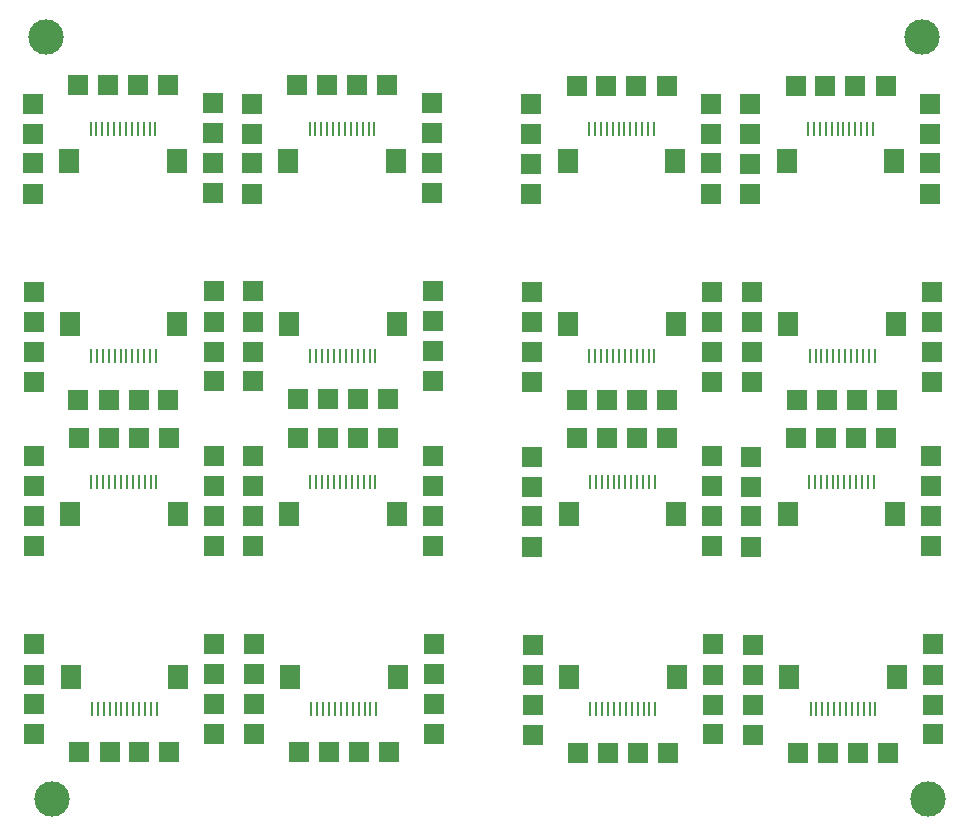
<source format=gbr>
%TF.GenerationSoftware,KiCad,Pcbnew,8.0.3*%
%TF.CreationDate,2024-06-16T14:02:55-05:00*%
%TF.ProjectId,EZ-VIK_panelized_panelized_panelized_panelized,455a2d56-494b-45f7-9061-6e656c697a65,rev?*%
%TF.SameCoordinates,Original*%
%TF.FileFunction,Soldermask,Top*%
%TF.FilePolarity,Negative*%
%FSLAX46Y46*%
G04 Gerber Fmt 4.6, Leading zero omitted, Abs format (unit mm)*
G04 Created by KiCad (PCBNEW 8.0.3) date 2024-06-16 14:02:55*
%MOMM*%
%LPD*%
G01*
G04 APERTURE LIST*
%ADD10R,1.680000X1.680000*%
%ADD11C,3.000000*%
%ADD12R,0.280000X1.250000*%
%ADD13R,1.800000X2.000000*%
G04 APERTURE END LIST*
D10*
%TO.C,J2*%
X209928600Y-102722102D03*
X212478600Y-102722102D03*
X215013600Y-102722102D03*
X217548600Y-102722102D03*
%TD*%
%TO.C,J3*%
X145163478Y-55391411D03*
X145163478Y-52841411D03*
X145163478Y-50306411D03*
X145163478Y-47771411D03*
%TD*%
D11*
%TO.C,*%
X220980000Y-106680000D03*
%TD*%
D10*
%TO.C,J1*%
X187487322Y-93576478D03*
X187487322Y-96126478D03*
X187487322Y-98661478D03*
X187487322Y-101196478D03*
%TD*%
%TO.C,J2*%
X175218978Y-76111511D03*
X172668978Y-76111511D03*
X170133978Y-76111511D03*
X167598978Y-76111511D03*
%TD*%
%TO.C,J2*%
X198800800Y-46250600D03*
X196250800Y-46250600D03*
X193715800Y-46250600D03*
X191180800Y-46250600D03*
%TD*%
%TO.C,J3*%
X179027500Y-63670700D03*
X179027500Y-66220700D03*
X179027500Y-68755700D03*
X179027500Y-71290700D03*
%TD*%
%TO.C,J2*%
X149090000Y-102707289D03*
X151640000Y-102707289D03*
X154175000Y-102707289D03*
X156710000Y-102707289D03*
%TD*%
%TO.C,J1*%
X179023978Y-85255511D03*
X179023978Y-82705511D03*
X179023978Y-80170511D03*
X179023978Y-77635511D03*
%TD*%
%TO.C,J2*%
X217342800Y-46250600D03*
X214792800Y-46250600D03*
X212257800Y-46250600D03*
X209722800Y-46250600D03*
%TD*%
%TO.C,J1*%
X163787500Y-63680700D03*
X163787500Y-66230700D03*
X163787500Y-68765700D03*
X163787500Y-71300700D03*
%TD*%
%TO.C,J1*%
X202605800Y-55394600D03*
X202605800Y-52844600D03*
X202605800Y-50309600D03*
X202605800Y-47774600D03*
%TD*%
D12*
%TO.C,J22*%
X155655000Y-99030289D03*
X155155000Y-99030289D03*
X154655000Y-99030289D03*
X154155000Y-99030289D03*
X153655000Y-99030289D03*
X153155000Y-99030289D03*
X152655000Y-99030289D03*
X152155000Y-99030289D03*
X151655000Y-99030289D03*
X151155000Y-99030289D03*
X150655000Y-99030289D03*
X150155000Y-99030289D03*
D13*
X148355000Y-96306289D03*
X157455000Y-96306289D03*
%TD*%
D10*
%TO.C,J3*%
X179106000Y-93544800D03*
X179106000Y-96094800D03*
X179106000Y-98629800D03*
X179106000Y-101164800D03*
%TD*%
%TO.C,J3*%
X163705478Y-55391411D03*
X163705478Y-52841411D03*
X163705478Y-50306411D03*
X163705478Y-47771411D03*
%TD*%
D12*
%TO.C,J16*%
X197778822Y-69169378D03*
X197278822Y-69169378D03*
X196778822Y-69169378D03*
X196278822Y-69169378D03*
X195778822Y-69169378D03*
X195278822Y-69169378D03*
X194778822Y-69169378D03*
X194278822Y-69169378D03*
X193778822Y-69169378D03*
X193278822Y-69169378D03*
X192778822Y-69169378D03*
X192278822Y-69169378D03*
D13*
X190478822Y-66445378D03*
X199578822Y-66445378D03*
%TD*%
D10*
%TO.C,J1*%
X202684300Y-85268700D03*
X202684300Y-82718700D03*
X202684300Y-80183700D03*
X202684300Y-77648700D03*
%TD*%
D12*
%TO.C,13*%
X210777800Y-49927600D03*
X211277800Y-49927600D03*
X211777800Y-49927600D03*
X212277800Y-49927600D03*
X212777800Y-49927600D03*
X213277800Y-49927600D03*
X213777800Y-49927600D03*
X214277800Y-49927600D03*
X214777800Y-49927600D03*
X215277800Y-49927600D03*
X215777800Y-49927600D03*
X216277800Y-49927600D03*
D13*
X218077800Y-52651600D03*
X208977800Y-52651600D03*
%TD*%
D10*
%TO.C,J2*%
X156598478Y-46237411D03*
X154048478Y-46237411D03*
X151513478Y-46237411D03*
X148978478Y-46237411D03*
%TD*%
D12*
%TO.C,J14*%
X155576500Y-69156189D03*
X155076500Y-69156189D03*
X154576500Y-69156189D03*
X154076500Y-69156189D03*
X153576500Y-69156189D03*
X153076500Y-69156189D03*
X152576500Y-69156189D03*
X152076500Y-69156189D03*
X151576500Y-69156189D03*
X151076500Y-69156189D03*
X150576500Y-69156189D03*
X150076500Y-69156189D03*
D13*
X148276500Y-66432189D03*
X157376500Y-66432189D03*
%TD*%
D10*
%TO.C,J3*%
X205907800Y-55404600D03*
X205907800Y-52854600D03*
X205907800Y-50319600D03*
X205907800Y-47784600D03*
%TD*%
%TO.C,J2*%
X167671000Y-102698800D03*
X170221000Y-102698800D03*
X172756000Y-102698800D03*
X175291000Y-102698800D03*
%TD*%
%TO.C,J3*%
X202727322Y-93566478D03*
X202727322Y-96116478D03*
X202727322Y-98651478D03*
X202727322Y-101186478D03*
%TD*%
%TO.C,J3*%
X160525000Y-93553289D03*
X160525000Y-96103289D03*
X160525000Y-98638289D03*
X160525000Y-101173289D03*
%TD*%
%TO.C,J3*%
X187444300Y-85278700D03*
X187444300Y-82728700D03*
X187444300Y-80193700D03*
X187444300Y-77658700D03*
%TD*%
%TO.C,J2*%
X209850100Y-72848002D03*
X212400100Y-72848002D03*
X214935100Y-72848002D03*
X217470100Y-72848002D03*
%TD*%
D11*
%TO.C,*%
X146304000Y-42164000D03*
%TD*%
D10*
%TO.C,J3*%
X163783978Y-85265511D03*
X163783978Y-82715511D03*
X163783978Y-80180511D03*
X163783978Y-77645511D03*
%TD*%
D11*
%TO.C,*%
X146812000Y-106680000D03*
%TD*%
D12*
%TO.C,J24*%
X197857322Y-99043478D03*
X197357322Y-99043478D03*
X196857322Y-99043478D03*
X196357322Y-99043478D03*
X195857322Y-99043478D03*
X195357322Y-99043478D03*
X194857322Y-99043478D03*
X194357322Y-99043478D03*
X193857322Y-99043478D03*
X193357322Y-99043478D03*
X192857322Y-99043478D03*
X192357322Y-99043478D03*
D13*
X190557322Y-96319478D03*
X199657322Y-96319478D03*
%TD*%
D10*
%TO.C,J3*%
X221363600Y-93568102D03*
X221363600Y-96118102D03*
X221363600Y-98653102D03*
X221363600Y-101188102D03*
%TD*%
%TO.C,J2*%
X156676978Y-76111511D03*
X154126978Y-76111511D03*
X151591978Y-76111511D03*
X149056978Y-76111511D03*
%TD*%
%TO.C,J3*%
X145241978Y-85265511D03*
X145241978Y-82715511D03*
X145241978Y-80180511D03*
X145241978Y-77645511D03*
%TD*%
D12*
%TO.C,J25*%
X216493600Y-99045102D03*
X215993600Y-99045102D03*
X215493600Y-99045102D03*
X214993600Y-99045102D03*
X214493600Y-99045102D03*
X213993600Y-99045102D03*
X213493600Y-99045102D03*
X212993600Y-99045102D03*
X212493600Y-99045102D03*
X211993600Y-99045102D03*
X211493600Y-99045102D03*
X210993600Y-99045102D03*
D13*
X209193600Y-96321102D03*
X218293600Y-96321102D03*
%TD*%
D10*
%TO.C,J1*%
X145206500Y-63689189D03*
X145206500Y-66239189D03*
X145206500Y-68774189D03*
X145206500Y-71309189D03*
%TD*%
%TO.C,J3*%
X221285100Y-63694002D03*
X221285100Y-66244002D03*
X221285100Y-68779002D03*
X221285100Y-71314002D03*
%TD*%
%TO.C,J1*%
X160403478Y-55381411D03*
X160403478Y-52831411D03*
X160403478Y-50296411D03*
X160403478Y-47761411D03*
%TD*%
%TO.C,J2*%
X191292322Y-102720478D03*
X193842322Y-102720478D03*
X196377322Y-102720478D03*
X198912322Y-102720478D03*
%TD*%
D12*
%TO.C,J15*%
X174157500Y-69147700D03*
X173657500Y-69147700D03*
X173157500Y-69147700D03*
X172657500Y-69147700D03*
X172157500Y-69147700D03*
X171657500Y-69147700D03*
X171157500Y-69147700D03*
X170657500Y-69147700D03*
X170157500Y-69147700D03*
X169657500Y-69147700D03*
X169157500Y-69147700D03*
X168657500Y-69147700D03*
D13*
X166857500Y-66423700D03*
X175957500Y-66423700D03*
%TD*%
D10*
%TO.C,J3*%
X160446500Y-63679189D03*
X160446500Y-66229189D03*
X160446500Y-68764189D03*
X160446500Y-71299189D03*
%TD*%
%TO.C,J2*%
X198879300Y-76124700D03*
X196329300Y-76124700D03*
X193794300Y-76124700D03*
X191259300Y-76124700D03*
%TD*%
%TO.C,J1*%
X206123600Y-93578102D03*
X206123600Y-96128102D03*
X206123600Y-98663102D03*
X206123600Y-101198102D03*
%TD*%
%TO.C,J1*%
X206045100Y-63704002D03*
X206045100Y-66254002D03*
X206045100Y-68789002D03*
X206045100Y-71324002D03*
%TD*%
%TO.C,J3*%
X187365800Y-55404600D03*
X187365800Y-52854600D03*
X187365800Y-50319600D03*
X187365800Y-47784600D03*
%TD*%
%TO.C,J3*%
X202648822Y-63692378D03*
X202648822Y-66242378D03*
X202648822Y-68777378D03*
X202648822Y-71312378D03*
%TD*%
D12*
%TO.C,J17*%
X216415100Y-69171002D03*
X215915100Y-69171002D03*
X215415100Y-69171002D03*
X214915100Y-69171002D03*
X214415100Y-69171002D03*
X213915100Y-69171002D03*
X213415100Y-69171002D03*
X212915100Y-69171002D03*
X212415100Y-69171002D03*
X211915100Y-69171002D03*
X211415100Y-69171002D03*
X210915100Y-69171002D03*
D13*
X209115100Y-66447002D03*
X218215100Y-66447002D03*
%TD*%
D12*
%TO.C,J19*%
X168653978Y-79788511D03*
X169153978Y-79788511D03*
X169653978Y-79788511D03*
X170153978Y-79788511D03*
X170653978Y-79788511D03*
X171153978Y-79788511D03*
X171653978Y-79788511D03*
X172153978Y-79788511D03*
X172653978Y-79788511D03*
X173153978Y-79788511D03*
X173653978Y-79788511D03*
X174153978Y-79788511D03*
D13*
X175953978Y-82512511D03*
X166853978Y-82512511D03*
%TD*%
D10*
%TO.C,J2*%
X167592500Y-72824700D03*
X170142500Y-72824700D03*
X172677500Y-72824700D03*
X175212500Y-72824700D03*
%TD*%
%TO.C,J1*%
X145285000Y-93563289D03*
X145285000Y-96113289D03*
X145285000Y-98648289D03*
X145285000Y-101183289D03*
%TD*%
D12*
%TO.C,J11*%
X168575478Y-49914411D03*
X169075478Y-49914411D03*
X169575478Y-49914411D03*
X170075478Y-49914411D03*
X170575478Y-49914411D03*
X171075478Y-49914411D03*
X171575478Y-49914411D03*
X172075478Y-49914411D03*
X172575478Y-49914411D03*
X173075478Y-49914411D03*
X173575478Y-49914411D03*
X174075478Y-49914411D03*
D13*
X175875478Y-52638411D03*
X166775478Y-52638411D03*
%TD*%
D10*
%TO.C,J2*%
X175140478Y-46237411D03*
X172590478Y-46237411D03*
X170055478Y-46237411D03*
X167520478Y-46237411D03*
%TD*%
D12*
%TO.C,J20*%
X192314300Y-79801700D03*
X192814300Y-79801700D03*
X193314300Y-79801700D03*
X193814300Y-79801700D03*
X194314300Y-79801700D03*
X194814300Y-79801700D03*
X195314300Y-79801700D03*
X195814300Y-79801700D03*
X196314300Y-79801700D03*
X196814300Y-79801700D03*
X197314300Y-79801700D03*
X197814300Y-79801700D03*
D13*
X199614300Y-82525700D03*
X190514300Y-82525700D03*
%TD*%
D10*
%TO.C,J2*%
X217421300Y-76124700D03*
X214871300Y-76124700D03*
X212336300Y-76124700D03*
X209801300Y-76124700D03*
%TD*%
%TO.C,J1*%
X178945478Y-55381411D03*
X178945478Y-52831411D03*
X178945478Y-50296411D03*
X178945478Y-47761411D03*
%TD*%
%TO.C,J3*%
X205986300Y-85278700D03*
X205986300Y-82728700D03*
X205986300Y-80193700D03*
X205986300Y-77658700D03*
%TD*%
D12*
%TO.C,J12*%
X192235800Y-49927600D03*
X192735800Y-49927600D03*
X193235800Y-49927600D03*
X193735800Y-49927600D03*
X194235800Y-49927600D03*
X194735800Y-49927600D03*
X195235800Y-49927600D03*
X195735800Y-49927600D03*
X196235800Y-49927600D03*
X196735800Y-49927600D03*
X197235800Y-49927600D03*
X197735800Y-49927600D03*
D13*
X199535800Y-52651600D03*
X190435800Y-52651600D03*
%TD*%
D10*
%TO.C,J1*%
X163866000Y-93554800D03*
X163866000Y-96104800D03*
X163866000Y-98639800D03*
X163866000Y-101174800D03*
%TD*%
%TO.C,J1*%
X160481978Y-85255511D03*
X160481978Y-82705511D03*
X160481978Y-80170511D03*
X160481978Y-77635511D03*
%TD*%
%TO.C,J2*%
X149011500Y-72833189D03*
X151561500Y-72833189D03*
X154096500Y-72833189D03*
X156631500Y-72833189D03*
%TD*%
%TO.C,J2*%
X191213822Y-72846378D03*
X193763822Y-72846378D03*
X196298822Y-72846378D03*
X198833822Y-72846378D03*
%TD*%
D12*
%TO.C,J18*%
X150111978Y-79788511D03*
X150611978Y-79788511D03*
X151111978Y-79788511D03*
X151611978Y-79788511D03*
X152111978Y-79788511D03*
X152611978Y-79788511D03*
X153111978Y-79788511D03*
X153611978Y-79788511D03*
X154111978Y-79788511D03*
X154611978Y-79788511D03*
X155111978Y-79788511D03*
X155611978Y-79788511D03*
D13*
X157411978Y-82512511D03*
X148311978Y-82512511D03*
%TD*%
D12*
%TO.C,J10*%
X150033478Y-49914411D03*
X150533478Y-49914411D03*
X151033478Y-49914411D03*
X151533478Y-49914411D03*
X152033478Y-49914411D03*
X152533478Y-49914411D03*
X153033478Y-49914411D03*
X153533478Y-49914411D03*
X154033478Y-49914411D03*
X154533478Y-49914411D03*
X155033478Y-49914411D03*
X155533478Y-49914411D03*
D13*
X157333478Y-52638411D03*
X148233478Y-52638411D03*
%TD*%
D10*
%TO.C,J1*%
X187408822Y-63702378D03*
X187408822Y-66252378D03*
X187408822Y-68787378D03*
X187408822Y-71322378D03*
%TD*%
D12*
%TO.C,J23*%
X174236000Y-99021800D03*
X173736000Y-99021800D03*
X173236000Y-99021800D03*
X172736000Y-99021800D03*
X172236000Y-99021800D03*
X171736000Y-99021800D03*
X171236000Y-99021800D03*
X170736000Y-99021800D03*
X170236000Y-99021800D03*
X169736000Y-99021800D03*
X169236000Y-99021800D03*
X168736000Y-99021800D03*
D13*
X166936000Y-96297800D03*
X176036000Y-96297800D03*
%TD*%
D10*
%TO.C,J1*%
X221147800Y-55394600D03*
X221147800Y-52844600D03*
X221147800Y-50309600D03*
X221147800Y-47774600D03*
%TD*%
D11*
%TO.C,*%
X220472000Y-42164000D03*
%TD*%
D10*
%TO.C,J1*%
X221226300Y-85268700D03*
X221226300Y-82718700D03*
X221226300Y-80183700D03*
X221226300Y-77648700D03*
%TD*%
D12*
%TO.C,J21*%
X210856300Y-79801700D03*
X211356300Y-79801700D03*
X211856300Y-79801700D03*
X212356300Y-79801700D03*
X212856300Y-79801700D03*
X213356300Y-79801700D03*
X213856300Y-79801700D03*
X214356300Y-79801700D03*
X214856300Y-79801700D03*
X215356300Y-79801700D03*
X215856300Y-79801700D03*
X216356300Y-79801700D03*
D13*
X218156300Y-82525700D03*
X209056300Y-82525700D03*
%TD*%
M02*

</source>
